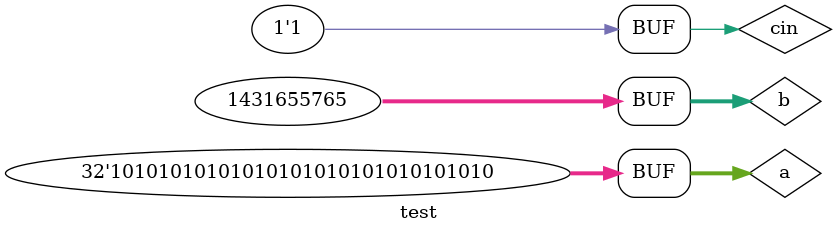
<source format=v>
`timescale 1ns / 1ps


module test;

	// Inputs
	reg [31:0] a;
	reg [31:0] b;
	reg cin;

	// Outputs
	wire cout;
	wire [31:0] s;

	// Instantiate the Unit Under Test (UUT)
	binary_subtractor_32_bit uut (
		.cout(cout), 
		.s(s), 
		.a(a), 
		.b(b), 
		.cin(cin)
	);

	initial begin
		// Initialize Inputs
		a = 32'b 10101010101010101010101010101010;
		b = 32'b 01010101010101010101010101010101;
		cin = 1;

		// Wait 100 ns for global reset to finish
		#100;
        
		// Add stimulus here

	end
      
endmodule


</source>
